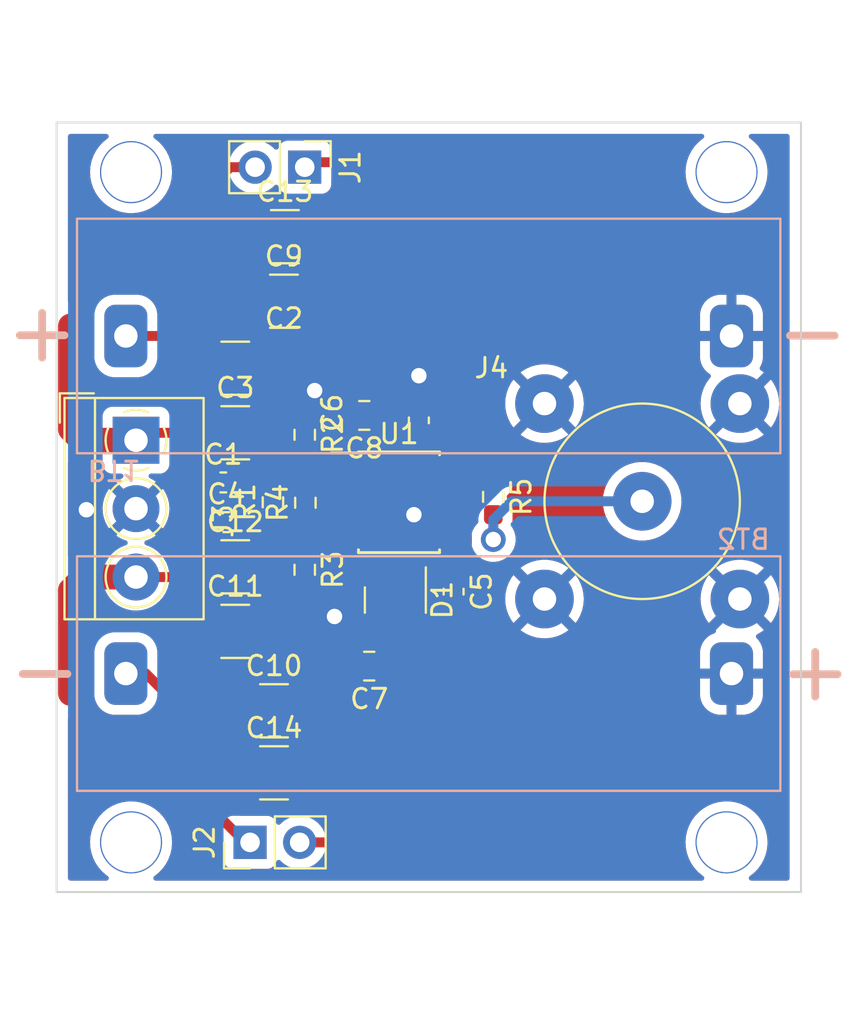
<source format=kicad_pcb>
(kicad_pcb (version 20211014) (generator pcbnew)
  (layers (0 "F.Cu" signal) (31 "B.Cu" signal) (34 "B.Paste" user) (35 "F.Paste" user) (36 "B.SilkS" user "B.Silkscreen") (37 "F.SilkS" user "F.Silkscreen") (38 "B.Mask" user) (39 "F.Mask" user) (44 "Edge.Cuts" user))
  (net 0 "")
  (net 1 "+12V")
  (net 2 "GND")
  (net 3 "-12V")
  (net 4 "Net-(C1-Pad1)")
  (net 5 "Net-(C1-Pad2)")
  (net 6 "Net-(J4-Pad1)")
  (net 7 "Net-(R4-Pad1)")
  (net 8 "Net-(R4-Pad2)")
  (net 9 "Net-(R5-Pad1)")
  (net 10 "Net-(BT1-Pad1)")
  (net 11 "Net-(BT2-Pad2)")
  (net 12 "Net-(J3-Pad3)")
  (net 13 "Net-(R1-Pad1)")
  (footprint "Capacitor_SMD:C_1210_3225Metric" (layer "F.Cu") (at 74.627 121.539)
    (fp_text reference "C10" (at 0 -2.3) (layer "F.SilkS"))
    (fp_text value "10uF")
    (fp_line (start -0.711252 1.36) (end 0.711252 1.36) (layer "F.SilkS") (width 0.12))
    (fp_line (start -0.711252 -1.36) (end 0.711252 -1.36) (layer "F.SilkS") (width 0.12))
    (pad "1" smd roundrect (at -1.475 0) (size 1.15 2.7) (layers "F.Cu" "F.Paste" "F.Mask") (roundrect_rratio 0.2173913043) (net 12 "Net-(J3-Pad3)"))
    (pad "2" smd roundrect (at 1.475 0) (size 1.15 2.7) (layers "F.Cu" "F.Paste" "F.Mask") (roundrect_rratio 0.2173913043) (net 13 "Net-(R1-Pad1)"))
  )
  (footprint "TerminalBlock_4Ucon:TerminalBlock_4Ucon_1x03_P3.50mm_Horizontal" (layer "F.Cu") (at 67.564 107.696 -90)
    (fp_text reference "J3" (at 4.135 -4.46 90) (layer "F.SilkS"))
    (fp_text value "Screw_Terminal_01x03")
    (fp_line (start -2.4 3.9) (end -0.9 3.9) (layer "F.SilkS") (width 0.12))
    (fp_line (start -2.16 -3.46) (end -2.16 3.66) (layer "F.SilkS") (width 0.12))
    (fp_line (start -2.4 2.16) (end -2.4 3.9) (layer "F.SilkS") (width 0.12))
    (fp_line (start 9.16 -3.46) (end 9.16 3.66) (layer "F.SilkS") (width 0.12))
    (fp_line (start -2.16 2.1) (end 9.16 2.1) (layer "F.SilkS") (width 0.12))
    (fp_line (start -2.16 -3.46) (end 9.16 -3.46) (layer "F.SilkS") (width 0.12))
    (fp_line (start -2.16 3.66) (end 9.16 3.66) (layer "F.SilkS") (width 0.12))
    (fp_arc (start 0.607587 1.431385) (mid 0.310017 1.523783) (end 0 1.555) (layer "F.SilkS") (width 0.12))
    (fp_arc (start -0.607742 -1.432109) (mid 0.00014 -1.555727) (end 0.608 -1.432) (layer "F.SilkS") (width 0.12))
    (fp_arc (start 0.027011 1.555493) (mid -0.296984 1.527118) (end -0.608 1.432) (layer "F.SilkS") (width 0.12))
    (fp_arc (start -1.432109 0.607742) (mid -1.555727 -0.00014) (end -1.432 -0.608) (layer "F.SilkS") (width 0.12))
    (fp_arc (start 1.432109 -0.607742) (mid 1.555727 0.00014) (end 1.432 0.608) (layer "F.SilkS") (width 0.12))
    (fp_circle (center 7 0) (end 8.555 0) (layer "F.SilkS") (width 0.12) (fill none))
    (fp_circle (center 3.5 0) (end 5.055 0) (layer "F.SilkS") (width 0.12) (fill none))
    (pad "1" thru_hole rect (at 0 0 270) (size 2.4 2.4) (drill 1.2) (layers *.Cu *.Mask) (net 4 "Net-(C1-Pad1)"))
    (pad "2" thru_hole circle (at 3.5 0 270) (size 2.4 2.4) (drill 1.2) (layers *.Cu *.Mask) (net 2 "GND"))
    (pad "3" thru_hole circle (at 7 0 270) (size 2.4 2.4) (drill 1.2) (layers *.Cu *.Mask) (net 12 "Net-(J3-Pad3)"))
  )
  (footprint "Connector_PinHeader_2.54mm:PinHeader_1x02_P2.54mm_Vertical" (layer "F.Cu") (at 76.2 93.726 -90)
    (fp_text reference "J1" (at 0 -2.33 90) (layer "F.SilkS"))
    (fp_text value "Screw_Terminal_01x02")
    (fp_line (start 1.33 1.27) (end 1.33 3.87) (layer "F.SilkS") (width 0.12))
    (fp_line (start -1.33 0) (end -1.33 -1.33) (layer "F.SilkS") (width 0.12))
    (fp_line (start -1.33 3.87) (end 1.33 3.87) (layer "F.SilkS") (width 0.12))
    (fp_line (start -1.33 -1.33) (end 0 -1.33) (layer "F.SilkS") (width 0.12))
    (fp_line (start -1.33 1.27) (end -1.33 3.87) (layer "F.SilkS") (width 0.12))
    (fp_line (start -1.33 1.27) (end 1.33 1.27) (layer "F.SilkS") (width 0.12))
    (pad "1" thru_hole rect (at 0 0 270) (size 1.7 1.7) (drill 1) (layers *.Cu *.Mask) (net 1 "+12V"))
    (pad "2" thru_hole oval (at 0 2.54 270) (size 1.7 1.7) (drill 1) (layers *.Cu *.Mask) (net 10 "Net-(BT1-Pad1)"))
  )
  (footprint "Ina_local:BNC_1cm" (layer "F.Cu") (at 93.472 110.82)
    (fp_text reference "J4" (at -7.717037 -6.816969 unlocked) (layer "F.SilkS"))
    (fp_text value "Conn_Coaxial")
    (fp_circle (center 0 0) (end 0 -5) (layer "F.SilkS") (width 0.12) (fill none))
    (pad "1" thru_hole circle (at 0 0) (size 3 3) (drill 1.2) (layers *.Cu *.Mask) (net 6 "Net-(J4-Pad1)"))
    (pad "2" thru_hole circle (at 5 5) (size 3 3) (drill 1.2) (layers *.Cu *.Mask) (net 2 "GND"))
    (pad "2" thru_hole circle (at 5 -5) (size 3 3) (drill 1.2) (layers *.Cu *.Mask) (net 2 "GND"))
    (pad "2" thru_hole circle (at -5 5) (size 3 3) (drill 1.2) (layers *.Cu *.Mask) (net 2 "GND"))
    (pad "2" thru_hole circle (at -5 -5) (size 3 3) (drill 1.2) (layers *.Cu *.Mask) (net 2 "GND"))
  )
  (footprint "Capacitor_SMD:C_0603_1608Metric_Pad1.08x0.95mm_HandSolder" (layer "F.Cu") (at 72.186 111.887)
    (fp_text reference "C4" (at 0 -1.43) (layer "F.SilkS"))
    (fp_text value "100nF")
    (fp_line (start -0.146267 0.51) (end 0.146267 0.51) (layer "F.SilkS") (width 0.12))
    (fp_line (start -0.146267 -0.51) (end 0.146267 -0.51) (layer "F.SilkS") (width 0.12))
    (pad "1" smd roundrect (at -0.8625 0) (size 1.075 0.95) (layers "F.Cu" "F.Paste" "F.Mask") (net 12 "Net-(J3-Pad3)"))
    (pad "2" smd roundrect (at 0.8625 0) (size 1.075 0.95) (layers "F.Cu" "F.Paste" "F.Mask") (net 13 "Net-(R1-Pad1)"))
  )
  (footprint "Capacitor_SMD:C_0805_2012Metric_Pad1.18x1.45mm_HandSolder" (layer "F.Cu") (at 79.248 106.426 180)
    (fp_text reference "C8" (at 0 -1.68) (layer "F.SilkS"))
    (fp_text value "2.2uF")
    (fp_line (start -0.261252 -0.735) (end 0.261252 -0.735) (layer "F.SilkS") (width 0.12))
    (fp_line (start -0.261252 0.735) (end 0.261252 0.735) (layer "F.SilkS") (width 0.12))
    (pad "1" smd roundrect (at -1.0375 0 180) (size 1.175 1.45) (layers "F.Cu" "F.Paste" "F.Mask") (roundrect_rratio 0.2127659574) (net 1 "+12V"))
    (pad "2" smd roundrect (at 1.0375 0 180) (size 1.175 1.45) (layers "F.Cu" "F.Paste" "F.Mask") (roundrect_rratio 0.2127659574) (net 2 "GND"))
  )
  (footprint "Capacitor_SMD:C_0603_1608Metric_Pad1.08x0.95mm_HandSolder" (layer "F.Cu") (at 72.0325 109.855)
    (fp_text reference "C1" (at 0 -1.43) (layer "F.SilkS"))
    (fp_text value "100nF")
    (fp_line (start -0.146267 -0.51) (end 0.146267 -0.51) (layer "F.SilkS") (width 0.12))
    (fp_line (start -0.146267 0.51) (end 0.146267 0.51) (layer "F.SilkS") (width 0.12))
    (pad "1" smd roundrect (at -0.8625 0) (size 1.075 0.95) (layers "F.Cu" "F.Paste" "F.Mask") (net 4 "Net-(C1-Pad1)"))
    (pad "2" smd roundrect (at 0.8625 0) (size 1.075 0.95) (layers "F.Cu" "F.Paste" "F.Mask") (net 5 "Net-(C1-Pad2)"))
  )
  (footprint "Resistor_SMD:R_0603_1608Metric_Pad0.98x0.95mm_HandSolder" (layer "F.Cu") (at 85.852 110.5935 -90)
    (fp_text reference "R5" (at 0 -1.43 90) (layer "F.SilkS"))
    (fp_text value "50")
    (fp_line (start -0.254724 -0.5225) (end 0.254724 -0.5225) (layer "F.SilkS") (width 0.12))
    (fp_line (start -0.254724 0.5225) (end 0.254724 0.5225) (layer "F.SilkS") (width 0.12))
    (pad "1" smd roundrect (at -0.9125 0 270) (size 0.975 0.95) (layers "F.Cu" "F.Paste" "F.Mask") (net 9 "Net-(R5-Pad1)"))
    (pad "2" smd roundrect (at 0.9125 0 270) (size 0.975 0.95) (layers "F.Cu" "F.Paste" "F.Mask") (net 6 "Net-(J4-Pad1)"))
  )
  (footprint "Capacitor_SMD:C_1210_3225Metric" (layer "F.Cu") (at 74.627 124.714)
    (fp_text reference "C14" (at 0 -2.3) (layer "F.SilkS"))
    (fp_text value "10uF")
    (fp_line (start -0.711252 1.36) (end 0.711252 1.36) (layer "F.SilkS") (width 0.12))
    (fp_line (start -0.711252 -1.36) (end 0.711252 -1.36) (layer "F.SilkS") (width 0.12))
    (pad "1" smd roundrect (at -1.475 0) (size 1.15 2.7) (layers "F.Cu" "F.Paste" "F.Mask") (roundrect_rratio 0.2173913043) (net 12 "Net-(J3-Pad3)"))
    (pad "2" smd roundrect (at 1.475 0) (size 1.15 2.7) (layers "F.Cu" "F.Paste" "F.Mask") (roundrect_rratio 0.2173913043) (net 13 "Net-(R1-Pad1)"))
  )
  (footprint "Resistor_SMD:R_0603_1608Metric_Pad0.98x0.95mm_HandSolder" (layer "F.Cu") (at 74.5725 110.871 90)
    (fp_text reference "R1" (at 0 -1.43 90) (layer "F.SilkS"))
    (fp_text value "1M")
    (fp_line (start -0.254724 -0.5225) (end 0.254724 -0.5225) (layer "F.SilkS") (width 0.12))
    (fp_line (start -0.254724 0.5225) (end 0.254724 0.5225) (layer "F.SilkS") (width 0.12))
    (pad "1" smd roundrect (at -0.9125 0 90) (size 0.975 0.95) (layers "F.Cu" "F.Paste" "F.Mask") (net 13 "Net-(R1-Pad1)"))
    (pad "2" smd roundrect (at 0.9125 0 90) (size 0.975 0.95) (layers "F.Cu" "F.Paste" "F.Mask") (net 5 "Net-(C1-Pad2)"))
  )
  (footprint "Capacitor_SMD:C_0603_1608Metric_Pad1.08x0.95mm_HandSolder" (layer "F.Cu") (at 82.042 106.68 90)
    (fp_text reference "C6" (at 0.381 -4.4435 90) (layer "F.SilkS"))
    (fp_text value "100nF")
    (fp_line (start -0.146267 -0.51) (end 0.146267 -0.51) (layer "F.SilkS") (width 0.12))
    (fp_line (start -0.146267 0.51) (end 0.146267 0.51) (layer "F.SilkS") (width 0.12))
    (pad "1" smd roundrect (at -0.8625 0 90) (size 1.075 0.95) (layers "F.Cu" "F.Paste" "F.Mask") (net 1 "+12V"))
    (pad "2" smd roundrect (at 0.8625 0 90) (size 1.075 0.95) (layers "F.Cu" "F.Paste" "F.Mask") (net 2 "GND"))
  )
  (footprint "Package_TO_SOT_SMD:SOT-23" (layer "F.Cu") (at 80.838 115.8725 -90)
    (fp_text reference "D1" (at 0 -2.4 90) (layer "F.SilkS"))
    (fp_text value "MMBD1203")
    (fp_line (start 0 -1.56) (end 0.65 -1.56) (layer "F.SilkS") (width 0.12))
    (fp_line (start 0 1.56) (end 0.65 1.56) (layer "F.SilkS") (width 0.12))
    (fp_line (start 0 -1.56) (end -1.675 -1.56) (layer "F.SilkS") (width 0.12))
    (fp_line (start 0 1.56) (end -0.65 1.56) (layer "F.SilkS") (width 0.12))
    (pad "1" smd roundrect (at -0.9375 -0.95 270) (size 1.475 0.6) (layers "F.Cu" "F.Paste" "F.Mask") (net 3 "-12V"))
    (pad "2" smd roundrect (at -0.9375 0.95 270) (size 1.475 0.6) (layers "F.Cu" "F.Paste" "F.Mask") (net 1 "+12V"))
    (pad "3" smd roundrect (at 0.9375 0 270) (size 1.475 0.6) (layers "F.Cu" "F.Paste" "F.Mask") (net 2 "GND"))
  )
  (footprint "Connector_PinHeader_2.54mm:PinHeader_1x02_P2.54mm_Vertical" (layer "F.Cu") (at 73.401 128.27 90)
    (fp_text reference "J2" (at 0 -2.33 90) (layer "F.SilkS"))
    (fp_text value "Screw_Terminal_01x02")
    (fp_line (start 1.33 1.27) (end 1.33 3.87) (layer "F.SilkS") (width 0.12))
    (fp_line (start -1.33 1.27) (end -1.33 3.87) (layer "F.SilkS") (width 0.12))
    (fp_line (start -1.33 0) (end -1.33 -1.33) (layer "F.SilkS") (width 0.12))
    (fp_line (start -1.33 1.27) (end 1.33 1.27) (layer "F.SilkS") (width 0.12))
    (fp_line (start -1.33 3.87) (end 1.33 3.87) (layer "F.SilkS") (width 0.12))
    (fp_line (start -1.33 -1.33) (end 0 -1.33) (layer "F.SilkS") (width 0.12))
    (pad "1" thru_hole rect (at 0 0 90) (size 1.7 1.7) (drill 1) (layers *.Cu *.Mask) (net 11 "Net-(BT2-Pad2)"))
    (pad "2" thru_hole oval (at 0 2.54 90) (size 1.7 1.7) (drill 1) (layers *.Cu *.Mask) (net 3 "-12V"))
  )
  (footprint "Capacitor_SMD:C_1210_3225Metric" (layer "F.Cu") (at 75.184 97.282)
    (fp_text reference "C13" (at 0 -2.3) (layer "F.SilkS"))
    (fp_text value "10uF")
    (fp_line (start -0.711252 1.36) (end 0.711252 1.36) (layer "F.SilkS") (width 0.12))
    (fp_line (start -0.711252 -1.36) (end 0.711252 -1.36) (layer "F.SilkS") (width 0.12))
    (pad "1" smd roundrect (at -1.475 0) (size 1.15 2.7) (layers "F.Cu" "F.Paste" "F.Mask") (roundrect_rratio 0.2173913043) (net 4 "Net-(C1-Pad1)"))
    (pad "2" smd roundrect (at 1.475 0) (size 1.15 2.7) (layers "F.Cu" "F.Paste" "F.Mask") (roundrect_rratio 0.2173913043) (net 5 "Net-(C1-Pad2)"))
  )
  (footprint "Resistor_SMD:R_0603_1608Metric_Pad0.98x0.95mm_HandSolder" (layer "F.Cu") (at 76.2345 110.8945 90)
    (fp_text reference "R4" (at 0 -1.43 90) (layer "F.SilkS"))
    (fp_text value "R_US")
    (fp_line (start -0.254724 -0.5225) (end 0.254724 -0.5225) (layer "F.SilkS") (width 0.12))
    (fp_line (start -0.254724 0.5225) (end 0.254724 0.5225) (layer "F.SilkS") (width 0.12))
    (pad "1" smd roundrect (at -0.9125 0 90) (size 0.975 0.95) (layers "F.Cu" "F.Paste" "F.Mask") (net 7 "Net-(R4-Pad1)"))
    (pad "2" smd roundrect (at 0.9125 0 90) (size 0.975 0.95) (layers "F.Cu" "F.Paste" "F.Mask") (net 8 "Net-(R4-Pad2)"))
  )
  (footprint "Capacitor_SMD:C_1210_3225Metric" (layer "F.Cu") (at 72.644 117.475)
    (fp_text reference "C11" (at 0 -2.3) (layer "F.SilkS"))
    (fp_text value "10uF")
    (fp_line (start -0.711252 -1.36) (end 0.711252 -1.36) (layer "F.SilkS") (width 0.12))
    (fp_line (start -0.711252 1.36) (end 0.711252 1.36) (layer "F.SilkS") (width 0.12))
    (pad "1" smd roundrect (at -1.475 0) (size 1.15 2.7) (layers "F.Cu" "F.Paste" "F.Mask") (roundrect_rratio 0.2173913043) (net 12 "Net-(J3-Pad3)"))
    (pad "2" smd roundrect (at 1.475 0) (size 1.15 2.7) (layers "F.Cu" "F.Paste" "F.Mask") (roundrect_rratio 0.2173913043) (net 13 "Net-(R1-Pad1)"))
  )
  (footprint "Capacitor_SMD:C_0603_1608Metric_Pad1.08x0.95mm_HandSolder" (layer "F.Cu") (at 83.82 115.443 -90)
    (fp_text reference "C5" (at 0 -1.43 90) (layer "F.SilkS"))
    (fp_text value "100nF")
    (fp_line (start -0.146267 -0.51) (end 0.146267 -0.51) (layer "F.SilkS") (width 0.12))
    (fp_line (start -0.146267 0.51) (end 0.146267 0.51) (layer "F.SilkS") (width 0.12))
    (pad "1" smd roundrect (at -0.8625 0 270) (size 1.075 0.95) (layers "F.Cu" "F.Paste" "F.Mask") (net 3 "-12V"))
    (pad "2" smd roundrect (at 0.8625 0 270) (size 1.075 0.95) (layers "F.Cu" "F.Paste" "F.Mask") (net 2 "GND"))
  )
  (footprint "Resistor_SMD:R_0603_1608Metric_Pad0.98x0.95mm_HandSolder" (layer "F.Cu") (at 76.2 114.3235 -90)
    (fp_text reference "R3" (at 0 -1.43 90) (layer "F.SilkS"))
    (fp_text value "DNP")
    (fp_line (start -0.254724 -0.5225) (end 0.254724 -0.5225) (layer "F.SilkS") (width 0.12))
    (fp_line (start -0.254724 0.5225) (end 0.254724 0.5225) (layer "F.SilkS") (width 0.12))
    (pad "1" smd roundrect (at -0.9125 0 270) (size 0.975 0.95) (layers "F.Cu" "F.Paste" "F.Mask") (net 13 "Net-(R1-Pad1)"))
    (pad "2" smd roundrect (at 0.9125 0 270) (size 0.975 0.95) (layers "F.Cu" "F.Paste" "F.Mask") (net 2 "GND"))
  )
  (footprint "Capacitor_SMD:C_1210_3225Metric" (layer "F.Cu") (at 72.644 104.013)
    (fp_text reference "C2" (at 2.491 -2.554) (layer "F.SilkS"))
    (fp_text value "10uF")
    (fp_line (start -0.711252 -1.36) (end 0.711252 -1.36) (layer "F.SilkS") (width 0.12))
    (fp_line (start -0.711252 1.36) (end 0.711252 1.36) (layer "F.SilkS") (width 0.12))
    (pad "1" smd roundrect (at -1.475 0) (size 1.15 2.7) (layers "F.Cu" "F.Paste" "F.Mask") (roundrect_rratio 0.2173913043) (net 4 "Net-(C1-Pad1)"))
    (pad "2" smd roundrect (at 1.475 0) (size 1.15 2.7) (layers "F.Cu" "F.Paste" "F.Mask") (roundrect_rratio 0.2173913043) (net 5 "Net-(C1-Pad2)"))
  )
  (footprint "Capacitor_SMD:C_0805_2012Metric_Pad1.18x1.45mm_HandSolder" (layer "F.Cu") (at 79.502 119.253 180)
    (fp_text reference "C7" (at 0 -1.68) (layer "F.SilkS"))
    (fp_text value "2.2uF")
    (fp_line (start -0.261252 -0.735) (end 0.261252 -0.735) (layer "F.SilkS") (width 0.12))
    (fp_line (start -0.261252 0.735) (end 0.261252 0.735) (layer "F.SilkS") (width 0.12))
    (pad "1" smd roundrect (at -1.0375 0 180) (size 1.175 1.45) (layers "F.Cu" "F.Paste" "F.Mask") (roundrect_rratio 0.2127659574) (net 3 "-12V"))
    (pad "2" smd roundrect (at 1.0375 0 180) (size 1.175 1.45) (layers "F.Cu" "F.Paste" "F.Mask") (roundrect_rratio 0.2127659574) (net 2 "GND"))
  )
  (footprint "Package_SO:PowerIntegrations_SO-8" (layer "F.Cu") (at 81.026 110.871)
    (fp_text reference "U1" (at 0 -3.5) (layer "F.SilkS"))
    (fp_text value "AD8421ARZ")
    (fp_line (start -2.075 2.575) (end -2.075 2.43) (layer "F.SilkS") (width 0.15))
    (fp_line (start 2.075 2.575) (end 2.075 2.43) (layer "F.SilkS") (width 0.15))
    (fp_line (start -2.075 -2.575) (end 2.075 -2.575) (layer "F.SilkS") (width 0.15))
    (fp_line (start -2.075 -2.575) (end -2.075 -2.525) (layer "F.SilkS") (width 0.15))
    (fp_line (start 2.075 -2.575) (end 2.075 -2.43) (layer "F.SilkS") (width 0.15))
    (fp_line (start -2.075 2.575) (end 2.075 2.575) (layer "F.SilkS") (width 0.15))
    (fp_line (start -2.075 -2.525) (end -3.475 -2.525) (layer "F.SilkS") (width 0.15))
    (pad "1" smd rect (at -2.725 -1.905) (size 2 0.6) (layers "F.Cu" "F.Paste" "F.Mask") (net 5 "Net-(C1-Pad2)"))
    (pad "2" smd rect (at -2.725 -0.635) (size 2 0.6) (layers "F.Cu" "F.Paste" "F.Mask") (net 8 "Net-(R4-Pad2)"))
    (pad "3" smd rect (at -2.725 0.635) (size 2 0.6) (layers "F.Cu" "F.Paste" "F.Mask") (net 7 "Net-(R4-Pad1)"))
    (pad "4" smd rect (at -2.725 1.905) (size 2 0.6) (layers "F.Cu" "F.Paste" "F.Mask") (net 13 "Net-(R1-Pad1)"))
    (pad "5" smd rect (at 2.725 1.905) (size 2 0.6) (layers "F.Cu" "F.Paste" "F.Mask") (net 3 "-12V"))
    (pad "6" smd rect (at 2.725 0.635) (size 2 0.6) (layers "F.Cu" "F.Paste" "F.Mask") (net 2 "GND"))
    (pad "7" smd rect (at 2.725 -0.635) (size 2 0.6) (layers "F.Cu" "F.Paste" "F.Mask") (net 9 "Net-(R5-Pad1)"))
    (pad "8" smd rect (at 2.725 -1.905) (size 2 0.6) (layers "F.Cu" "F.Paste" "F.Mask") (net 1 "+12V"))
  )
  (footprint "Capacitor_SMD:C_1210_3225Metric" (layer "F.Cu") (at 75.135 100.584)
    (fp_text reference "C9" (at 0 -2.3) (layer "F.SilkS"))
    (fp_text value "10uF")
    (fp_line (start -0.711252 -1.36) (end 0.711252 -1.36) (layer "F.SilkS") (width 0.12))
    (fp_line (start -0.711252 1.36) (end 0.711252 1.36) (layer "F.SilkS") (width 0.12))
    (pad "1" smd roundrect (at -1.475 0) (size 1.15 2.7) (layers "F.Cu" "F.Paste" "F.Mask") (roundrect_rratio 0.2173913043) (net 4 "Net-(C1-Pad1)"))
    (pad "2" smd roundrect (at 1.475 0) (size 1.15 2.7) (layers "F.Cu" "F.Paste" "F.Mask") (roundrect_rratio 0.2173913043) (net 5 "Net-(C1-Pad2)"))
  )
  (footprint "Capacitor_SMD:C_1210_3225Metric" (layer "F.Cu") (at 72.644 114.173)
    (fp_text reference "C12" (at 0 -2.3) (layer "F.SilkS"))
    (fp_text value "10uF")
    (fp_line (start -0.711252 -1.36) (end 0.711252 -1.36) (layer "F.SilkS") (width 0.12))
    (fp_line (start -0.711252 1.36) (end 0.711252 1.36) (layer "F.SilkS") (width 0.12))
    (pad "1" smd roundrect (at -1.475 0) (size 1.15 2.7) (layers "F.Cu" "F.Paste" "F.Mask") (roundrect_rratio 0.2173913043) (net 12 "Net-(J3-Pad3)"))
    (pad "2" smd roundrect (at 1.475 0) (size 1.15 2.7) (layers "F.Cu" "F.Paste" "F.Mask") (roundrect_rratio 0.2173913043) (net 13 "Net-(R1-Pad1)"))
  )
  (footprint "Capacitor_SMD:C_1210_3225Metric" (layer "F.Cu") (at 72.644 107.315)
    (fp_text reference "C3" (at 0 -2.3) (layer "F.SilkS"))
    (fp_text value "10uF")
    (fp_line (start -0.711252 -1.36) (end 0.711252 -1.36) (layer "F.SilkS") (width 0.12))
    (fp_line (start -0.711252 1.36) (end 0.711252 1.36) (layer "F.SilkS") (width 0.12))
    (pad "1" smd roundrect (at -1.475 0) (size 1.15 2.7) (layers "F.Cu" "F.Paste" "F.Mask") (roundrect_rratio 0.2173913043) (net 4 "Net-(C1-Pad1)"))
    (pad "2" smd roundrect (at 1.475 0) (size 1.15 2.7) (layers "F.Cu" "F.Paste" "F.Mask") (roundrect_rratio 0.2173913043) (net 5 "Net-(C1-Pad2)"))
  )
  (footprint "Resistor_SMD:R_0603_1608Metric_Pad0.98x0.95mm_HandSolder" (layer "F.Cu") (at 76.2 107.4185 -90)
    (fp_text reference "R2" (at 0 -1.43 90) (layer "F.SilkS"))
    (fp_text value "DNP")
    (fp_line (start -0.254724 0.5225) (end 0.254724 0.5225) (layer "F.SilkS") (width 0.12))
    (fp_line (start -0.254724 -0.5225) (end 0.254724 -0.5225) (layer "F.SilkS") (width 0.12))
    (pad "1" smd roundrect (at -0.9125 0 270) (size 0.975 0.95) (layers "F.Cu" "F.Paste" "F.Mask") (net 2 "GND"))
    (pad "2" smd roundrect (at 0.9125 0 270) (size 0.975 0.95) (layers "F.Cu" "F.Paste" "F.Mask") (net 5 "Net-(C1-Pad2)"))
  )
  (footprint "Ina_local:12V_cell_holder" (layer "B.Cu") (at 82.544 102.362)
    (fp_text reference "BT1" (at -16.105589 6.856835 180 unlocked) (layer "B.SilkS") (effects (justify mirror)))
    (fp_text value "Battery")
    (fp_text user "+" (at -19.784732 0.188104 180 unlocked) (layer "B.SilkS") (effects (font (size 3 3) (thickness 0.4)) (justify mirror)))
    (fp_text user "-" (at 19.634852 0.205391 180 unlocked) (layer "B.SilkS") (effects (font (size 3 3) (thickness 0.4)) (justify mirror)))
    (fp_rect (start 18 -6) (end -18 -6) (layer "B.SilkS") (width 0.12) (fill none))
    (fp_rect (start 18 6) (end 18 -6) (layer "B.SilkS") (width 0.12) (fill none))
    (fp_rect (start -18 6) (end -18 -6) (layer "B.SilkS") (width 0.12) (fill none))
    (fp_rect (start -18 6) (end 18 6) (layer "B.SilkS") (width 0.12) (fill none))
    (pad "1" thru_hole roundrect (at -15.5 0) (size 2.2 3.2) (drill 1.2) (layers *.Cu *.Mask) (net 10 "Net-(BT1-Pad1)"))
    (pad "2" thru_hole roundrect (at 15.5 0) (size 2.2 3.2) (drill 1.2) (layers *.Cu *.Mask) (net 2 "GND"))
  )
  (footprint "Ina_local:12V_cell_holder" (layer "B.Cu") (at 82.544 119.634 180)
    (fp_text reference "BT2" (at -16.105589 6.856835 unlocked) (layer "B.SilkS") (effects (justify mirror)))
    (fp_text value "Battery")
    (fp_text user "-" (at 19.634852 0.205391 unlocked) (layer "B.SilkS") (effects (font (size 3 3) (thickness 0.4)) (justify mirror)))
    (fp_text user "+" (at -19.784732 0.188104 unlocked) (layer "B.SilkS") (effects (font (size 3 3) (thickness 0.4)) (justify mirror)))
    (fp_rect (start 18 6) (end 18 -6) (layer "B.SilkS") (width 0.12) (fill none))
    (fp_rect (start -18 6) (end -18 -6) (layer "B.SilkS") (width 0.12) (fill none))
    (fp_rect (start -18 6) (end 18 6) (layer "B.SilkS") (width 0.12) (fill none))
    (fp_rect (start 18 -6) (end -18 -6) (layer "B.SilkS") (width 0.12) (fill none))
    (pad "1" thru_hole roundrect (at -15.5 0 180) (size 2.2 3.2) (drill 1.2) (layers *.Cu *.Mask) (net 2 "GND"))
    (pad "2" thru_hole roundrect (at 15.5 0 180) (size 2.2 3.2) (drill 1.2) (layers *.Cu *.Mask) (net 11 "Net-(BT2-Pad2)"))
  )
  (gr_line (start 63.5 130.81) (end 63.5 91.44) (layer "Edge.Cuts") (width 0.1))
  (gr_line (start 101.6 91.44) (end 101.6 130.81) (layer "Edge.Cuts") (width 0.1))
  (gr_line (start 101.6 130.81) (end 63.5 130.81) (layer "Edge.Cuts") (width 0.1))
  (gr_line (start 63.5 91.44) (end 101.6 91.44) (layer "Edge.Cuts") (width 0.1))
  (via (at 97.79 128.27) (size 3.175) (drill 3.048) (layers "F.Cu" "B.Cu") (net 0))
  (via (at 67.31 128.27) (size 3.175) (drill 3.048) (layers "F.Cu" "B.Cu") (net 0))
  (via (at 67.31 93.98) (size 3.175) (drill 3.048) (layers "F.Cu" "B.Cu") (net 0))
  (via (at 97.79 93.98) (size 3.175) (drill 3.048) (layers "F.Cu" "B.Cu") (net 0))
  (segment (start 84.836 106.68) (end 84.836 94.996) (width 0.508) (layer "F.Cu") (net 1))
  (segment (start 82.042 107.5425) (end 83.9735 107.5425) (width 0.508) (layer "F.Cu") (net 1))
  (segment (start 79.888 113.914) (end 80.264 113.538) (width 0.508) (layer "F.Cu") (net 1))
  (segment (start 80.2855 107.2095) (end 80.2855 106.426) (width 0.508) (layer "F.Cu") (net 1))
  (segment (start 82.042 107.5425) (end 82.042 108.712) (width 0.508) (layer "F.Cu") (net 1))
  (segment (start 82.042 107.5425) (end 80.6185 107.5425) (width 0.508) (layer "F.Cu") (net 1))
  (segment (start 80.6185 107.5425) (end 80.2855 107.2095) (width 0.508) (layer "F.Cu") (net 1))
  (segment (start 82.042 108.712) (end 82.296 108.966) (width 0.508) (layer "F.Cu") (net 1))
  (segment (start 83.312 93.472) (end 76.454 93.472) (width 0.508) (layer "F.Cu") (net 1))
  (segment (start 82.296 108.966) (end 83.751 108.966) (width 0.508) (layer "F.Cu") (net 1))
  (segment (start 80.264 113.538) (end 80.264 109.728) (width 0.508) (layer "F.Cu") (net 1))
  (segment (start 80.264 109.728) (end 81.026 108.966) (width 0.508) (layer "F.Cu") (net 1))
  (segment (start 79.888 114.935) (end 79.888 113.914) (width 0.508) (layer "F.Cu") (net 1))
  (segment (start 76.454 93.472) (end 76.2 93.726) (width 0.508) (layer "F.Cu") (net 1))
  (segment (start 84.836 94.996) (end 83.312 93.472) (width 0.508) (layer "F.Cu") (net 1))
  (segment (start 81.026 108.966) (end 82.296 108.966) (width 0.508) (layer "F.Cu") (net 1))
  (segment (start 83.9735 107.5425) (end 84.836 106.68) (width 0.508) (layer "F.Cu") (net 1))
  (via (at 65.024 111.252) (size 1.27) (drill 0.7874) (layers "F.Cu" "B.Cu") (net 2))
  (via (at 82.042 104.394) (size 1.27) (drill 0.7874) (layers "F.Cu" "B.Cu") (net 2))
  (via (at 76.708 105.156) (size 1.27) (drill 0.7874) (layers "F.Cu" "B.Cu") (net 2))
  (via (at 81.788 111.506) (size 1.27) (drill 0.7874) (layers "F.Cu" "B.Cu") (net 2))
  (via (at 77.724 116.713) (size 1.27) (drill 0.7874) (layers "F.Cu" "B.Cu") (net 2))
  (segment (start 81.788 127.762) (end 81.28 128.27) (width 0.508) (layer "F.Cu") (net 3))
  (segment (start 81.534 119.38) (end 80.6665 119.38) (width 0.508) (layer "F.Cu") (net 3))
  (segment (start 81.788 114.935) (end 81.788 119.126) (width 0.508) (layer "F.Cu") (net 3))
  (segment (start 81.788 119.126) (end 81.788 127.762) (width 0.508) (layer "F.Cu") (net 3))
  (segment (start 81.28 128.27) (end 75.941 128.27) (width 0.508) (layer "F.Cu") (net 3))
  (segment (start 81.788 114.935) (end 82.296 114.427) (width 0.508) (layer "F.Cu") (net 3))
  (segment (start 83.82 112.845) (end 83.751 112.776) (width 0.508) (layer "F.Cu") (net 3))
  (segment (start 80.6665 119.38) (end 80.5395 119.253) (width 0.508) (layer "F.Cu") (net 3))
  (segment (start 81.788 119.126) (end 81.534 119.38) (width 0.508) (layer "F.Cu") (net 3))
  (segment (start 83.82 114.5805) (end 83.82 112.845) (width 0.508) (layer "F.Cu") (net 3))
  (segment (start 82.296 114.427) (end 83.6665 114.427) (width 0.508) (layer "F.Cu") (net 3))
  (segment (start 83.6665 114.427) (end 83.82 114.5805) (width 0.508) (layer "F.Cu") (net 3))
  (segment (start 71.169 107.315) (end 67.945 107.315) (width 0.508) (layer "F.Cu") (net 4))
  (segment (start 64.21002 107.13602) (end 64.21002 101.854) (width 1.27) (layer "F.Cu") (net 4))
  (segment (start 71.169 104.013) (end 71.374 103.808) (width 0.508) (layer "F.Cu") (net 4))
  (segment (start 72.898 100.584) (end 73.66 100.584) (width 0.508) (layer "F.Cu") (net 4))
  (segment (start 73.66 97.331) (end 73.709 97.282) (width 0.508) (layer "F.Cu") (net 4))
  (segment (start 73.66 100.584) (end 73.66 97.331) (width 0.508) (layer "F.Cu") (net 4))
  (segment (start 64.77 107.696) (end 64.21002 107.13602) (width 1.27) (layer "F.Cu") (net 4))
  (segment (start 71.374 102.108) (end 72.898 100.584) (width 0.508) (layer "F.Cu") (net 4))
  (segment (start 67.564 107.696) (end 64.77 107.696) (width 1.27) (layer "F.Cu") (net 4))
  (segment (start 71.3235 107.823) (end 71.3235 109.7015) (width 0.508) (layer "F.Cu") (net 4))
  (segment (start 71.374 103.808) (end 71.374 102.108) (width 0.508) (layer "F.Cu") (net 4))
  (segment (start 67.945 107.315) (end 67.564 107.696) (width 0.508) (layer "F.Cu") (net 4))
  (segment (start 71.169 107.315) (end 71.169 104.013) (width 0.508) (layer "F.Cu") (net 4))
  (segment (start 71.3235 109.7015) (end 71.17 109.855) (width 0.508) (layer "F.Cu") (net 4))
  (segment (start 78.301 108.966) (end 76.835 108.966) (width 0.508) (layer "F.Cu") (net 5))
  (segment (start 76.835 108.966) (end 76.2 108.331) (width 0.508) (layer "F.Cu") (net 5))
  (segment (start 76.61 102.714) (end 76.61 100.584) (width 0.508) (layer "F.Cu") (net 5))
  (segment (start 74.119 107.315) (end 74.119 104.013) (width 0.508) (layer "F.Cu") (net 5))
  (segment (start 74.5725 109.9585) (end 74.5725 107.7685) (width 0.508) (layer "F.Cu") (net 5))
  (segment (start 75.311 104.013) (end 76.61 102.714) (width 0.508) (layer "F.Cu") (net 5))
  (segment (start 74.5725 109.9585) (end 72.9985 109.9585) (width 0.508) (layer "F.Cu") (net 5))
  (segment (start 76.61 97.331) (end 76.659 97.282) (width 0.508) (layer "F.Cu") (net 5))
  (segment (start 75.135 108.331) (end 74.119 107.315) (width 0.508) (layer "F.Cu") (net 5))
  (segment (start 74.5725 107.7685) (end 74.119 107.315) (width 0.508) (layer "F.Cu") (net 5))
  (segment (start 74.119 104.013) (end 74.246 103.886) (width 0.508) (layer "F.Cu") (net 5))
  (segment (start 74.119 104.013) (end 75.311 104.013) (width 0.508) (layer "F.Cu") (net 5))
  (segment (start 76.2 108.331) (end 75.135 108.331) (width 0.508) (layer "F.Cu") (net 5))
  (segment (start 76.61 100.584) (end 76.61 97.331) (width 0.508) (layer "F.Cu") (net 5))
  (segment (start 72.9985 109.9585) (end 72.895 109.855) (width 0.508) (layer "F.Cu") (net 5))
  (segment (start 85.852 111.506) (end 85.852 112.776) (width 0.508) (layer "F.Cu") (net 6))
  (via (at 85.852 112.776) (size 1.27) (drill 0.7874) (layers "F.Cu" "B.Cu") (net 6))
  (segment (start 93.472 110.82) (end 86.792 110.82) (width 0.508) (layer "B.Cu") (net 6))
  (segment (start 86.792 110.82) (end 85.852 111.76) (width 0.508) (layer "B.Cu") (net 6))
  (segment (start 85.852 111.76) (end 85.852 112.776) (width 0.508) (layer "B.Cu") (net 6))
  (segment (start 78.301 111.506) (end 76.5355 111.506) (width 0.508) (layer "F.Cu") (net 7))
  (segment (start 76.5355 111.506) (end 76.2345 111.807) (width 0.508) (layer "F.Cu") (net 7))
  (segment (start 78.301 110.236) (end 76.4885 110.236) (width 0.508) (layer "F.Cu") (net 8))
  (segment (start 76.4885 110.236) (end 76.2345 109.982) (width 0.508) (layer "F.Cu") (net 8))
  (segment (start 85.852 109.681) (end 85.645 109.681) (width 0.508) (layer "F.Cu") (net 9))
  (segment (start 85.09 110.236) (end 83.751 110.236) (width 0.508) (layer "F.Cu") (net 9))
  (segment (start 85.645 109.681) (end 85.09 110.236) (width 0.508) (layer "F.Cu") (net 9))
  (segment (start 69.088 102.362) (end 67.044 102.362) (width 0.508) (layer "F.Cu") (net 10))
  (segment (start 71.882 99.568) (end 69.088 102.362) (width 0.508) (layer "F.Cu") (net 10))
  (segment (start 72.39 93.726) (end 71.882 94.234) (width 0.508) (layer "F.Cu") (net 10))
  (segment (start 71.882 94.234) (end 71.882 99.568) (width 0.508) (layer "F.Cu") (net 10))
  (segment (start 73.66 93.726) (end 72.39 93.726) (width 0.508) (layer "F.Cu") (net 10))
  (segment (start 71.882 127) (end 71.882 123.444) (width 0.508) (layer "F.Cu") (net 11))
  (segment (start 68.072 119.634) (end 67.044 119.634) (width 0.508) (layer "F.Cu") (net 11))
  (segment (start 71.882 123.444) (end 68.072 119.634) (width 0.508) (layer "F.Cu") (net 11))
  (segment (start 73.152 128.27) (end 71.882 127) (width 0.508) (layer "F.Cu") (net 11))
  (segment (start 73.401 128.27) (end 73.152 128.27) (width 0.508) (layer "F.Cu") (net 11))
  (segment (start 71.169 114.173) (end 71.169 117.475) (width 0.508) (layer "F.Cu") (net 12))
  (segment (start 71.169 117.475) (end 71.169 120.699) (width 0.508) (layer "F.Cu") (net 12))
  (segment (start 71.169 114.173) (end 70.739 114.173) (width 0.508) (layer "F.Cu") (net 12))
  (segment (start 71.2735 113.665) (end 71.2735 111.937) (width 0.508) (layer "F.Cu") (net 12))
  (segment (start 64.21002 115.36798) (end 64.21002 120.65) (width 1.27) (layer "F.Cu") (net 12))
  (segment (start 67.564 114.696) (end 64.882 114.696) (width 1.27) (layer "F.Cu") (net 12))
  (segment (start 64.882 114.696) (end 64.21002 115.36798) (width 1.27) (layer "F.Cu") (net 12))
  (segment (start 70.739 114.173) (end 70.216 114.696) (width 0.508) (layer "F.Cu") (net 12))
  (segment (start 72.009 121.539) (end 73.152 121.539) (width 0.508) (layer "F.Cu") (net 12))
  (segment (start 71.169 120.699) (end 72.009 121.539) (width 0.508) (layer "F.Cu") (net 12))
  (segment (start 73.152 121.539) (end 73.152 124.714) (width 0.508) (layer "F.Cu") (net 12))
  (segment (start 71.2735 111.937) (end 71.3235 111.887) (width 0.508) (layer "F.Cu") (net 12))
  (segment (start 70.216 114.696) (end 67.564 114.696) (width 0.508) (layer "F.Cu") (net 12))
  (segment (start 74.676 111.887) (end 74.5725 111.7835) (width 0.508) (layer "F.Cu") (net 13))
  (segment (start 78.301 112.776) (end 76.835 112.776) (width 0.508) (layer "F.Cu") (net 13))
  (segment (start 76.2 113.411) (end 74.881 113.411) (width 0.508) (layer "F.Cu") (net 13))
  (segment (start 74.168 111.887) (end 73.0485 111.887) (width 0.508) (layer "F.Cu") (net 13))
  (segment (start 74.881 113.411) (end 74.119 114.173) (width 0.508) (layer "F.Cu") (net 13))
  (segment (start 74.119 117.475) (end 75.057 117.475) (width 0.508) (layer "F.Cu") (net 13))
  (segment (start 74.119 114.173) (end 74.119 117.475) (width 0.508) (layer "F.Cu") (net 13))
  (segment (start 74.5725 111.7835) (end 74.5725 113.7195) (width 0.508) (layer "F.Cu") (net 13))
  (segment (start 76.102 118.52) (end 76.102 121.539) (width 0.508) (layer "F.Cu") (net 13))
  (segment (start 74.5725 113.7195) (end 74.119 114.173) (width 0.508) (layer "F.Cu") (net 13))
  (segment (start 76.835 112.776) (end 76.2 113.411) (width 0.508) (layer "F.Cu") (net 13))
  (segment (start 74.5725 111.7835) (end 74.2715 111.7835) (width 0.508) (layer "F.Cu") (net 13))
  (segment (start 76.102 121.539) (end 76.102 124.714) (width 0.508) (layer "F.Cu") (net 13))
  (segment (start 75.057 117.475) (end 76.102 118.52) (width 0.508) (layer "F.Cu") (net 13))
  (segment (start 74.2715 111.7835) (end 74.168 111.887) (width 0.508) (layer "F.Cu") (net 13))
  (zone (net 2) (net_name "GND") (layers F&B.Cu) (connect_pads (clearance 0.508)) (min_thickness 0.254) (fill yes (thermal_gap 0.508) (thermal_bridge_width 0.508))
    (polygon (pts (xy 101.6 130.81) (xy 63.5 130.81) (xy 63.5 91.44) (xy 101.6 91.44)))
  )
  (zone (net 0) (net_name "") (layers "F.Cu" "Dwgs.User") (connect_pads (clearance 0)) (min_thickness 0.254)
    (keepout (tracks allowed) (vias allowed) (pads allowed) (copperpour not_allowed) (footprints allowed))
    (fill (thermal_gap 0.508) (thermal_bridge_width 0.508))
    (polygon (pts (xy 75.516 108.331) (xy 74.881 108.331) (xy 74.881 98.806) (xy 75.516 98.806)))
  )
  (zone (net 0) (net_name "") (layers "F.Cu" "Dwgs.User") (connect_pads (clearance 0)) (min_thickness 0.254)
    (keepout (tracks allowed) (vias allowed) (pads allowed) (copperpour not_allowed) (footprints allowed))
    (fill (thermal_gap 0.508) (thermal_bridge_width 0.508))
    (polygon (pts (xy 75.008 125.857) (xy 74.373 125.857) (xy 74.373 114.046) (xy 74.373 119.38) (xy 75.008 119.38)))
  )
)
</source>
